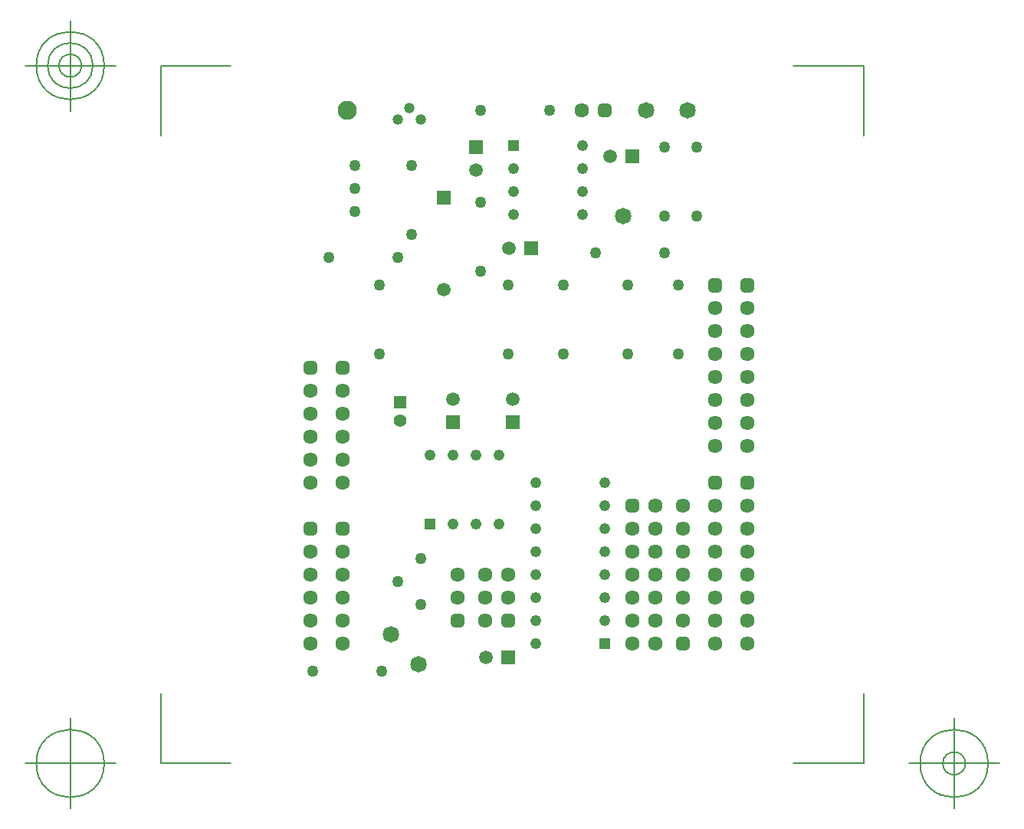
<source format=gbr>
G04 Generated by Ultiboard 11.0 *
%FSLAX25Y25*%
%MOIN*%

%ADD10C,0.00500*%
%ADD11C,0.05000*%
%ADD12C,0.06334*%
%ADD13R,0.02083X0.02083*%
%ADD14C,0.03917*%
%ADD15C,0.07166*%
%ADD16C,0.04666*%
%ADD17C,0.08334*%
%ADD18C,0.04900*%
%ADD19R,0.04900X0.04900*%
%ADD20C,0.05906*%
%ADD21R,0.05906X0.05906*%
%ADD22R,0.05512X0.05512*%
%ADD23C,0.05512*%


G04 ColorRGB FF00CC for the following layer *
%LNSolder Mask Top*%
%LPD*%
%FSLAX25Y25*%
%MOIN*%
G54D10*
X-55184Y-32103D02*
X-55184Y-1743D01*
X-55184Y-32103D02*
X-24620Y-32103D01*
X250456Y-32103D02*
X219892Y-32103D01*
X250456Y-32103D02*
X250456Y-1743D01*
X250456Y271500D02*
X250456Y241140D01*
X250456Y271500D02*
X219892Y271500D01*
X-55184Y271500D02*
X-24620Y271500D01*
X-55184Y271500D02*
X-55184Y241140D01*
X-74869Y-32103D02*
X-114239Y-32103D01*
X-94554Y-51788D02*
X-94554Y-12418D01*
X-109318Y-32103D02*
G75*
D01*
G02X-109318Y-32103I14764J0*
G01*
X270141Y-32103D02*
X309511Y-32103D01*
X289826Y-51788D02*
X289826Y-12418D01*
X275062Y-32103D02*
G75*
D01*
G02X275062Y-32103I14764J0*
G01*
X284904Y-32103D02*
G75*
D01*
G02X284904Y-32103I4921J0*
G01*
X-74869Y271500D02*
X-114239Y271500D01*
X-94554Y251815D02*
X-94554Y291185D01*
X-109318Y271500D02*
G75*
D01*
G02X-109318Y271500I14764J0*
G01*
X-104396Y271500D02*
G75*
D01*
G02X-104396Y271500I9843J0*
G01*
X-99475Y271500D02*
G75*
D01*
G02X-99475Y271500I4921J0*
G01*
G54D11*
X84000Y252000D03*
X114000Y252000D03*
X48000Y47000D03*
X58000Y37000D03*
X58000Y57000D03*
X11000Y8000D03*
X41000Y8000D03*
X48000Y188000D03*
X18000Y188000D03*
X40000Y146000D03*
X40000Y176000D03*
X29400Y218000D03*
X29400Y208000D03*
X29400Y228000D03*
X54000Y198000D03*
X54000Y228000D03*
X84000Y182000D03*
X84000Y212000D03*
X96000Y146000D03*
X96000Y176000D03*
X120000Y146000D03*
X120000Y176000D03*
X134000Y190000D03*
X164000Y190000D03*
X148000Y146000D03*
X148000Y176000D03*
X170000Y146000D03*
X170000Y176000D03*
X164000Y206000D03*
X164000Y236000D03*
X178000Y206000D03*
X178000Y236000D03*
G54D12*
X128000Y252000D03*
X24000Y130000D03*
X24000Y90000D03*
X24000Y110000D03*
X24000Y100000D03*
X24000Y120000D03*
X10000Y130000D03*
X10000Y90000D03*
X10000Y110000D03*
X10000Y100000D03*
X10000Y120000D03*
X10000Y60000D03*
X10000Y30000D03*
X10000Y20000D03*
X10000Y50000D03*
X10000Y40000D03*
X24000Y60000D03*
X24000Y30000D03*
X24000Y20000D03*
X24000Y50000D03*
X24000Y40000D03*
X96000Y50000D03*
X96000Y40000D03*
X86000Y30000D03*
X86000Y50000D03*
X86000Y40000D03*
X74000Y50000D03*
X74000Y40000D03*
X186006Y125909D03*
X186006Y115909D03*
X186006Y105909D03*
X186006Y135909D03*
X186006Y155909D03*
X186006Y145909D03*
X186006Y165909D03*
X200006Y125909D03*
X200006Y105909D03*
X200006Y115909D03*
X200006Y155909D03*
X200006Y135909D03*
X200006Y145909D03*
X200006Y165909D03*
X186006Y70000D03*
X186006Y20000D03*
X186006Y30000D03*
X186006Y50000D03*
X186006Y40000D03*
X186006Y60000D03*
X186006Y80000D03*
X172000Y60000D03*
X172000Y30000D03*
X172000Y50000D03*
X172000Y40000D03*
X172000Y80000D03*
X172000Y70000D03*
X160000Y60000D03*
X150000Y60000D03*
X160000Y30000D03*
X160000Y20000D03*
X160000Y50000D03*
X160000Y40000D03*
X150000Y30000D03*
X150000Y20000D03*
X150000Y50000D03*
X150000Y40000D03*
X160000Y80000D03*
X160000Y70000D03*
X150000Y70000D03*
X200000Y60000D03*
X200000Y30000D03*
X200000Y20000D03*
X200000Y50000D03*
X200000Y40000D03*
X200000Y80000D03*
X200000Y70000D03*
G54D13*
X138000Y252000D03*
X24000Y140000D03*
X10000Y140000D03*
X10000Y70000D03*
X24000Y70000D03*
X96000Y30000D03*
X74000Y30000D03*
X186006Y175909D03*
X200006Y175909D03*
X186006Y90000D03*
X172000Y20000D03*
X150000Y80000D03*
X200000Y90000D03*
G54D14*
X136959Y250959D02*
X139041Y250959D01*
X139041Y253041D01*
X136959Y253041D01*
X136959Y250959D01*D02*
X22959Y138959D02*
X25041Y138959D01*
X25041Y141041D01*
X22959Y141041D01*
X22959Y138959D01*D02*
X8959Y138959D02*
X11041Y138959D01*
X11041Y141041D01*
X8959Y141041D01*
X8959Y138959D01*D02*
X8959Y68959D02*
X11041Y68959D01*
X11041Y71041D01*
X8959Y71041D01*
X8959Y68959D01*D02*
X22959Y68959D02*
X25041Y68959D01*
X25041Y71041D01*
X22959Y71041D01*
X22959Y68959D01*D02*
X94959Y28959D02*
X97041Y28959D01*
X97041Y31041D01*
X94959Y31041D01*
X94959Y28959D01*D02*
X72959Y28959D02*
X75041Y28959D01*
X75041Y31041D01*
X72959Y31041D01*
X72959Y28959D01*D02*
X184965Y174868D02*
X187047Y174868D01*
X187047Y176950D01*
X184965Y176950D01*
X184965Y174868D01*D02*
X198965Y174868D02*
X201047Y174868D01*
X201047Y176950D01*
X198965Y176950D01*
X198965Y174868D01*D02*
X184965Y88959D02*
X187047Y88959D01*
X187047Y91041D01*
X184965Y91041D01*
X184965Y88959D01*D02*
X170959Y18959D02*
X173041Y18959D01*
X173041Y21041D01*
X170959Y21041D01*
X170959Y18959D01*D02*
X148959Y78959D02*
X151041Y78959D01*
X151041Y81041D01*
X148959Y81041D01*
X148959Y78959D01*D02*
X198959Y88959D02*
X201041Y88959D01*
X201041Y91041D01*
X198959Y91041D01*
X198959Y88959D01*D02*
G54D15*
X156000Y252000D03*
X174000Y252000D03*
X57000Y11000D03*
X45000Y24000D03*
X146000Y206000D03*
G54D16*
X53000Y253000D03*
X48000Y248000D03*
X58000Y248000D03*
G54D17*
X26000Y252000D03*
G54D18*
X128333Y206766D03*
X128333Y216766D03*
X128333Y236766D03*
X128333Y226766D03*
X98333Y206766D03*
X98333Y216766D03*
X98333Y226766D03*
X108000Y60000D03*
X108000Y30000D03*
X108000Y20000D03*
X108000Y50000D03*
X108000Y40000D03*
X108000Y80000D03*
X108000Y70000D03*
X108000Y90000D03*
X138000Y60000D03*
X138000Y30000D03*
X138000Y50000D03*
X138000Y40000D03*
X138000Y80000D03*
X138000Y70000D03*
X138000Y90000D03*
X62000Y102000D03*
X92000Y72000D03*
X92000Y102000D03*
X82000Y72000D03*
X72000Y72000D03*
X82000Y102000D03*
X72000Y102000D03*
G54D19*
X98333Y236766D03*
X138000Y20000D03*
X62000Y72000D03*
G54D20*
X72000Y126285D03*
X98000Y126285D03*
X86157Y14000D03*
X68000Y174000D03*
X96157Y192000D03*
X82000Y226157D03*
X140157Y232000D03*
G54D21*
X72000Y116443D03*
X98000Y116443D03*
X96000Y14000D03*
X68000Y214000D03*
X106000Y192000D03*
X82000Y236000D03*
X150000Y232000D03*
G54D22*
X49000Y125000D03*
G54D23*
X49000Y117126D03*

M00*

</source>
